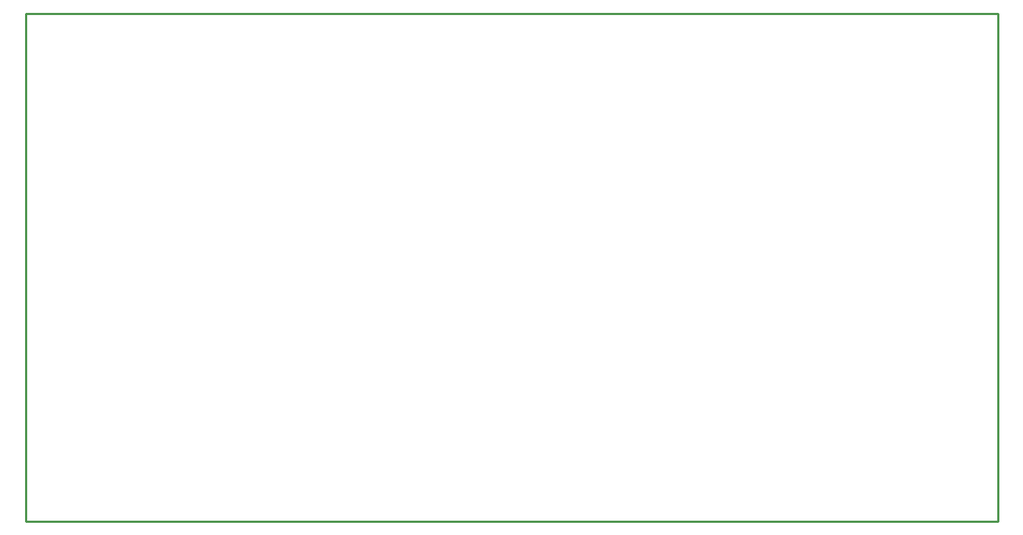
<source format=gko>
G04 Layer: BoardOutline*
G04 EasyEDA v6.4.25, 2021-11-24T08:33:18+01:00*
G04 bd25dea3b5db44dbbe4f44f780b62c0e,10*
G04 Gerber Generator version 0.2*
G04 Scale: 100 percent, Rotated: No, Reflected: No *
G04 Dimensions in millimeters *
G04 leading zeros omitted , absolute positions ,4 integer and 5 decimal *
%FSLAX45Y45*%
%MOMM*%

%ADD10C,0.2540*%
D10*
X10000000Y10000000D02*
G01*
X21500000Y10000000D01*
X21500000Y3999999D01*
X10000000Y3999999D01*
X10000000Y10000000D01*

%LPD*%
M02*

</source>
